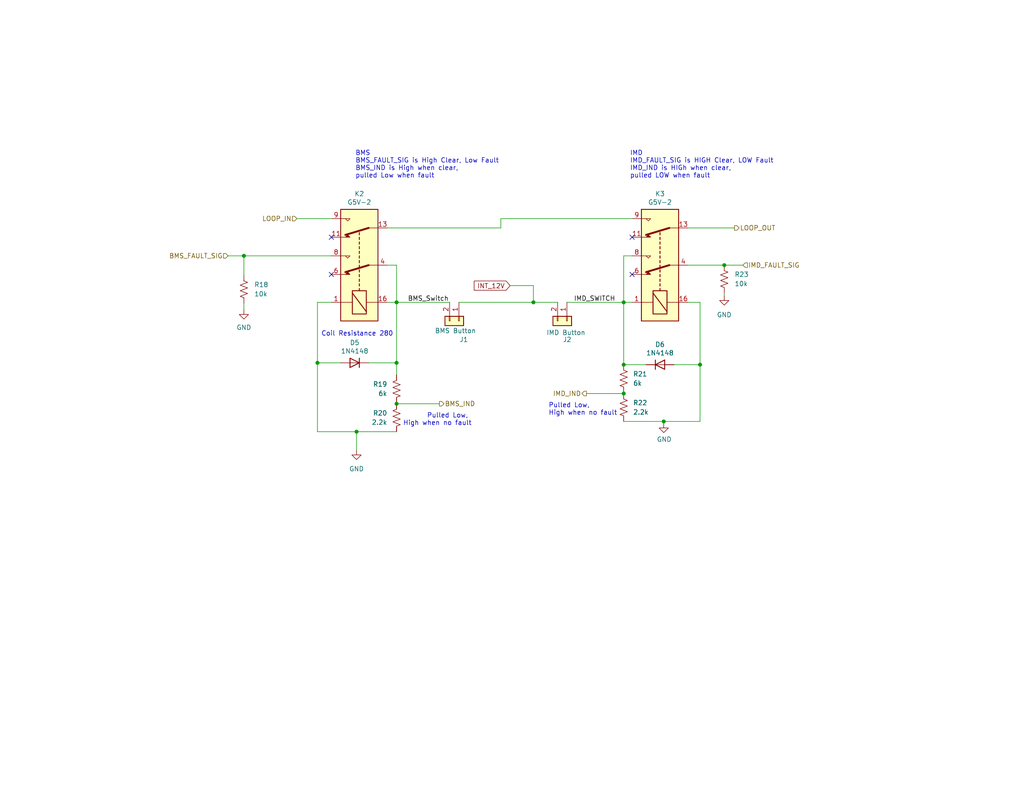
<source format=kicad_sch>
(kicad_sch (version 20230121) (generator eeschema)
  (paper "A")
  (title_block (date "2023-05-15") (rev "V 1.1") (company "AERO") (comment 1 "Colin Grund") (comment 2 "Main board that do it all."))
  (lib_symbols
    (symbol "Connector_Generic:Conn_01x02" (pin_names (offset 1.016) hide)
      (property "Reference" "J" (at 0 2.54 0))
      (property "Value" "Conn_01x02" (at 0 -5.08 0))
      (symbol "Conn_01x02_1_1"
        (rectangle (start -1.27 -2.413) (end 0 -2.667) (stroke (width 0.1524)))
        (rectangle (start -1.27 0.127) (end 0 -0.127) (stroke (width 0.1524)))
        (rectangle (start -1.27 1.27) (end 1.27 -3.81) (stroke (width 0.254)) (fill (type background)))
        (pin passive line (at -5.08 0 0) (length 3.81) (name "Pin_1") (number "1"))
        (pin passive line (at -5.08 -2.54 0) (length 3.81) (name "Pin_2") (number "2"))
      )
    )
    (symbol "Device:R_US" (pin_numbers hide) (pin_names (offset 0))
      (property "Reference" "R" (at 2.54 0 90))
      (property "Value" "R_US" (at -2.54 0 90))
      (symbol "R_US_0_1"
        (polyline (pts (xy 0 -2.286) (xy 0 -2.54)))
        (polyline (pts (xy 0 2.286) (xy 0 2.54)))
        (polyline (pts (xy 0 -0.762) (xy 1.016 -1.143) (xy 0 -1.524) (xy -1.016 -1.905) (xy 0 -2.286)))
        (polyline (pts (xy 0 0.762) (xy 1.016 0.381) (xy 0 0) (xy -1.016 -0.381) (xy 0 -0.762)))
        (polyline (pts (xy 0 2.286) (xy 1.016 1.905) (xy 0 1.524) (xy -1.016 1.143) (xy 0 0.762)))
      )
      (symbol "R_US_1_1"
        (pin passive line (at 0 3.81 270) (length 1.27) (name "~") (number "1"))
        (pin passive line (at 0 -3.81 90) (length 1.27) (name "~") (number "2"))
      )
    )
    (symbol "Diode:1N4148" (pin_numbers hide) (pin_names hide)
      (property "Reference" "D" (at 0 2.54 0))
      (property "Value" "1N4148" (at 0 -2.54 0))
      (symbol "1N4148_0_1"
        (polyline (pts (xy -1.27 1.27) (xy -1.27 -1.27)) (stroke (width 0.254)))
        (polyline (pts (xy 1.27 0) (xy -1.27 0)))
        (polyline (pts (xy 1.27 1.27) (xy 1.27 -1.27) (xy -1.27 0) (xy 1.27 1.27)) (stroke (width 0.254)))
      )
      (symbol "1N4148_1_1"
        (pin passive line (at -3.81 0 0) (length 2.54) (name "K") (number "1"))
        (pin passive line (at 3.81 0 180) (length 2.54) (name "A") (number "2"))
      )
    )
    (symbol "Relay:G5V-2"
      (property "Reference" "K" (at 16.51 3.81 0))
      (property "Value" "G5V-2" (at 16.51 1.27 0))
      (symbol "G5V-2_0_1"
        (rectangle (start -15.24 5.08) (end 15.24 -5.08) (stroke (width 0.254)) (fill (type background)))
        (rectangle (start -13.335 1.905) (end -6.985 -1.905) (stroke (width 0.254)))
        (polyline (pts (xy -12.7 -1.905) (xy -7.62 1.905)) (stroke (width 0.254)))
        (polyline (pts (xy -10.16 -5.08) (xy -10.16 -1.905)))
        (polyline (pts (xy -10.16 5.08) (xy -10.16 1.905)))
        (polyline (pts (xy -6.985 0) (xy -6.35 0)) (stroke (width 0.254)))
        (polyline (pts (xy -5.715 0) (xy -5.08 0)) (stroke (width 0.254)))
        (polyline (pts (xy -4.445 0) (xy -3.81 0)) (stroke (width 0.254)))
        (polyline (pts (xy -3.175 0) (xy -2.54 0)) (stroke (width 0.254)))
        (polyline (pts (xy -1.905 0) (xy -1.27 0)) (stroke (width 0.254)))
        (polyline (pts (xy -0.635 0) (xy 0 0)) (stroke (width 0.254)))
        (polyline (pts (xy 0 -2.54) (xy -1.905 3.81)) (stroke (width 0.508)))
        (polyline (pts (xy 0 -2.54) (xy 0 -5.08)))
        (polyline (pts (xy 0.635 0) (xy 1.27 0)) (stroke (width 0.254)))
        (polyline (pts (xy 1.905 0) (xy 2.54 0)) (stroke (width 0.254)))
        (polyline (pts (xy 3.175 0) (xy 3.81 0)) (stroke (width 0.254)))
        (polyline (pts (xy 4.445 0) (xy 5.08 0)) (stroke (width 0.254)))
        (polyline (pts (xy 5.715 0) (xy 6.35 0)) (stroke (width 0.254)))
        (polyline (pts (xy 6.985 0) (xy 7.62 0)) (stroke (width 0.254)))
        (polyline (pts (xy 8.255 0) (xy 8.89 0)) (stroke (width 0.254)))
        (polyline (pts (xy 10.16 -2.54) (xy 8.255 3.81)) (stroke (width 0.508)))
        (polyline (pts (xy 10.16 -2.54) (xy 10.16 -5.08)))
        (polyline (pts (xy -2.54 5.08) (xy -2.54 2.54) (xy -1.905 3.175) (xy -2.54 3.81)) (fill (type outline)))
        (polyline (pts (xy 2.54 5.08) (xy 2.54 2.54) (xy 1.905 3.175) (xy 2.54 3.81)))
        (polyline (pts (xy 7.62 5.08) (xy 7.62 2.54) (xy 8.255 3.175) (xy 7.62 3.81)) (fill (type outline)))
        (polyline (pts (xy 12.7 5.08) (xy 12.7 2.54) (xy 12.065 3.175) (xy 12.7 3.81)))
      )
      (symbol "G5V-2_1_1"
        (pin passive line (at -10.16 7.62 270) (length 2.54) (name "~") (number "1"))
        (pin passive line (at 7.62 7.62 270) (length 2.54) (name "~") (number "11"))
        (pin passive line (at 10.16 -7.62 90) (length 2.54) (name "~") (number "13"))
        (pin passive line (at -10.16 -7.62 90) (length 2.54) (name "~") (number "16"))
        (pin passive line (at 0 -7.62 90) (length 2.54) (name "~") (number "4"))
        (pin passive line (at -2.54 7.62 270) (length 2.54) (name "~") (number "6"))
        (pin passive line (at 2.54 7.62 270) (length 2.54) (name "~") (number "8"))
        (pin passive line (at 12.7 7.62 270) (length 2.54) (name "~") (number "9"))
      )
    )
    (symbol "power:GND" (power) (pin_names (offset 0))
      (property "Value" "GND" (at 0 -3.81 0))
      (symbol "GND_0_1"
        (polyline (pts (xy 0 0) (xy 0 -1.27) (xy 1.27 -1.27) (xy 0 -2.54) (xy -1.27 -1.27) (xy 0 -1.27)))
      )
      (symbol "GND_1_1"
        (pin power_in line (at 0 0 270) (length 0) hide (name "GND") (number "1"))
      )
    )
  )
  (junction (at 191.008 99.568))
  (junction (at 170.18 99.568))
  (junction (at 86.614 99.06))
  (junction (at 108.204 82.55))
  (junction (at 108.204 110.236))
  (junction (at 97.282 117.856))
  (junction (at 66.548 69.85))
  (junction (at 108.204 99.06))
  (junction (at 181.102 115.062))
  (junction (at 170.18 82.55))
  (junction (at 197.612 72.39))
  (junction (at 170.18 107.442))
  (junction (at 145.542 82.55))
  (no_connect (at 172.466 64.77))
  (no_connect (at 90.424 74.93))
  (no_connect (at 172.466 74.93))
  (no_connect (at 90.424 64.77))
  (wire (pts (xy 160.02 107.442) (xy 170.18 107.442)))
  (wire (pts (xy 170.18 115.062) (xy 181.102 115.062)))
  (wire (pts (xy 108.204 110.236) (xy 119.888 110.236)))
  (wire (pts (xy 181.102 115.062) (xy 191.008 115.062)))
  (wire (pts (xy 97.282 117.856) (xy 86.614 117.856)))
  (wire (pts (xy 191.008 82.55) (xy 187.706 82.55)))
  (wire (pts (xy 172.466 69.85) (xy 170.18 69.85)))
  (wire (pts (xy 125.222 82.55) (xy 145.542 82.55)))
  (wire (pts (xy 145.542 82.55) (xy 152.146 82.55)))
  (wire (pts (xy 105.664 72.39) (xy 108.204 72.39)))
  (wire (pts (xy 108.204 109.982) (xy 108.204 110.236)))
  (wire (pts (xy 176.276 99.568) (xy 170.18 99.568)))
  (wire (pts (xy 136.652 59.69) (xy 172.466 59.69)))
  (wire (pts (xy 86.614 82.55) (xy 86.614 99.06)))
  (wire (pts (xy 86.614 82.55) (xy 90.424 82.55)))
  (wire (pts (xy 108.204 82.55) (xy 108.204 99.06)))
  (wire (pts (xy 139.192 77.978) (xy 145.542 77.978)))
  (wire (pts (xy 197.612 72.39) (xy 202.692 72.39)))
  (wire (pts (xy 197.612 80.01) (xy 197.612 80.772)))
  (wire (pts (xy 66.548 69.85) (xy 66.548 75.184)))
  (wire (pts (xy 108.204 72.39) (xy 108.204 82.55)))
  (wire (pts (xy 154.686 82.55) (xy 170.18 82.55)))
  (wire (pts (xy 136.652 62.23) (xy 136.652 59.69)))
  (wire (pts (xy 145.542 82.55) (xy 145.542 77.978)))
  (wire (pts (xy 100.584 99.06) (xy 108.204 99.06)))
  (wire (pts (xy 92.964 99.06) (xy 86.614 99.06)))
  (wire (pts (xy 86.614 99.06) (xy 86.614 117.856)))
  (wire (pts (xy 66.548 69.85) (xy 90.424 69.85)))
  (wire (pts (xy 97.282 117.856) (xy 97.282 122.936)))
  (wire (pts (xy 183.896 99.568) (xy 191.008 99.568)))
  (wire (pts (xy 81.026 59.69) (xy 90.424 59.69)))
  (wire (pts (xy 66.548 82.804) (xy 66.548 84.582)))
  (wire (pts (xy 105.664 82.55) (xy 108.204 82.55)))
  (wire (pts (xy 62.23 69.85) (xy 66.548 69.85)))
  (wire (pts (xy 187.706 72.39) (xy 197.612 72.39)))
  (wire (pts (xy 105.664 62.23) (xy 136.652 62.23)))
  (wire (pts (xy 191.008 82.55) (xy 191.008 99.568)))
  (wire (pts (xy 108.204 82.55) (xy 122.682 82.55)))
  (wire (pts (xy 170.18 69.85) (xy 170.18 82.55)))
  (wire (pts (xy 97.282 117.856) (xy 108.204 117.856)))
  (wire (pts (xy 170.18 82.55) (xy 170.18 99.568)))
  (wire (pts (xy 181.102 115.062) (xy 181.102 115.57)))
  (wire (pts (xy 170.18 107.188) (xy 170.18 107.442)))
  (wire (pts (xy 200.406 62.23) (xy 187.706 62.23)))
  (wire (pts (xy 172.466 82.55) (xy 170.18 82.55)))
  (wire (pts (xy 191.008 99.568) (xy 191.008 115.062)))
  (wire (pts (xy 108.204 99.06) (xy 108.204 102.362)))
  (text "BMS\nBMS_FAULT_SIG is High Clear, Low Fault\nBMS_IND is High when clear, \npulled Low when fault" (at 96.9518 48.7934 0) (effects (font (size 1.27 1.27)) (justify left bottom)))
  (text "Pulled Low, \nHigh when no fault" (at 128.7272 116.3574 0) (effects (font (size 1.27 1.27)) (justify right bottom)))
  (text "Coil Resistance 280" (at 87.63 91.948 0) (effects (font (size 1.27 1.27)) (justify left bottom)))
  (text "Pulled Low, \nHigh when no fault" (at 149.6568 113.5634 0) (effects (font (size 1.27 1.27)) (justify left bottom)))
  (text "IMD\nIMD_FAULT_SIG is HIGH Clear, LOW Fault\nIMD_IND is HIGh when clear, \npulled LOW when fault" (at 171.8818 48.7934 0) (effects (font (size 1.27 1.27)) (justify left bottom)))
  (label "BMS_Switch" (at 111.252 82.55 0))
  (label "IMD_SWITCH" (at 167.894 82.55 180))
  (global_label "INT_12V" (shape input) (at 139.192 77.978 180) (property "Intersheetrefs" "${INTERSHEET_REFS}" (effects hide)))
  (hierarchical_label "BMS_FAULT_SIG" (shape input) (at 62.23 69.85 180))
  (hierarchical_label "IMD_FAULT_SIG" (shape input) (at 202.692 72.39 0))
  (hierarchical_label "LOOP_IN" (shape input) (at 81.026 59.69 180))
  (hierarchical_label "LOOP_OUT" (shape output) (at 200.406 62.23 0))
  (hierarchical_label "BMS_IND" (shape output) (at 119.888 110.236 0))
  (hierarchical_label "IMD_IND" (shape output) (at 160.02 107.442 180))
  (symbol (lib_id "power:GND") (at 97.282 122.936 0) (unit 1)
    (property "Reference" "#PWR029" (effects hide))
    (property "Value" "GND" (at 97.282 128.016 0))
  )
  (symbol (lib_id "Diode:1N4148") (at 180.086 99.568 0) (unit 1)
    (property "Reference" "D6" (at 180.086 94.0562 0))
    (property "Value" "1N4148" (at 180.086 96.3676 0))
    (property "Footprint" "Diode_SMD:D_SOD-123" (effects hide))
    (property "Datasheet" "https://assets.nexperia.com/documents/data-sheet/1N4148_1N4448.pdf" (effects hide))
  )
  (symbol (lib_id "Device:R_US") (at 170.18 103.378 0) (unit 1)
    (property "Reference" "R21" (at 172.72 102.1079 0) (effects (justify left)))
    (property "Value" "6k" (at 172.72 104.6479 0) (effects (justify left)))
    (property "Footprint" "Resistor_SMD:R_0603_1608Metric_Pad0.98x0.95mm_HandSolder" (effects hide))
  )
  (symbol (lib_id "Device:R_US") (at 170.18 111.252 0) (unit 1)
    (property "Reference" "R22" (at 172.72 109.9819 0) (effects (justify left)))
    (property "Value" "2.2k" (at 172.72 112.5219 0) (effects (justify left)))
    (property "Footprint" "Resistor_SMD:R_0603_1608Metric_Pad0.98x0.95mm_HandSolder" (effects hide))
  )
  (symbol (lib_id "Device:R_US") (at 108.204 114.046 0) (mirror y) (unit 1)
    (property "Reference" "R20" (at 105.664 112.7759 0) (effects (justify left)))
    (property "Value" "2.2k" (at 105.664 115.3159 0) (effects (justify left)))
    (property "Footprint" "Resistor_SMD:R_0603_1608Metric_Pad0.98x0.95mm_HandSolder" (effects hide))
  )
  (symbol (lib_id "Diode:1N4148") (at 96.774 99.06 180) (unit 1)
    (property "Reference" "D5" (at 96.774 93.5482 0))
    (property "Value" "1N4148" (at 96.774 95.8596 0))
    (property "Footprint" "Diode_SMD:D_SOD-123" (effects hide))
    (property "Datasheet" "https://assets.nexperia.com/documents/data-sheet/1N4148_1N4448.pdf" (effects hide))
  )
  (symbol (lib_id "Connector_Generic:Conn_01x02") (at 154.686 87.63 270) (unit 1)
    (property "Reference" "J2" (at 155.956 92.71 90) (effects (justify right)))
    (property "Value" "IMD Button" (at 159.766 90.805 90) (effects (justify right)))
    (property "Footprint" "Connector_JST:JST_XH_B2B-XH-AM_1x02_P2.50mm_Vertical" (effects hide))
  )
  (symbol (lib_id "Device:R_US") (at 197.612 76.2 0) (unit 1)
    (property "Reference" "R23" (at 200.406 74.9299 0) (effects (justify left)))
    (property "Value" "10k" (at 200.406 77.4699 0) (effects (justify left)))
    (property "Footprint" "Resistor_SMD:R_0603_1608Metric_Pad0.98x0.95mm_HandSolder" (effects hide))
  )
  (symbol (lib_id "power:GND") (at 181.102 115.57 0) (unit 1)
    (property "Reference" "#PWR030" (effects hide))
    (property "Value" "GND" (at 181.229 119.9642 0))
  )
  (symbol (lib_id "Device:R_US") (at 108.204 106.172 0) (mirror y) (unit 1)
    (property "Reference" "R19" (at 105.664 104.9019 0) (effects (justify left)))
    (property "Value" "6k" (at 105.664 107.4419 0) (effects (justify left)))
    (property "Footprint" "Resistor_SMD:R_0603_1608Metric_Pad0.98x0.95mm_HandSolder" (effects hide))
  )
  (symbol (lib_id "power:GND") (at 66.548 84.582 0) (unit 1)
    (property "Reference" "#PWR028" (effects hide))
    (property "Value" "GND" (at 66.548 89.408 0))
  )
  (symbol (lib_id "Relay:G5V-2") (at 98.044 72.39 90) (unit 1)
    (property "Reference" "K2" (at 98.044 52.9082 90))
    (property "Value" "G5V-2" (at 98.044 55.2196 90))
    (property "Footprint" "Relay_THT:Relay_DPDT_Omron_G5V-2" (effects hide))
    (property "Datasheet" "http://omronfs.omron.com/en_US/ecb/products/pdf/en-g5v_2.pdf" (effects hide))
  )
  (symbol (lib_id "Device:R_US") (at 66.548 78.994 0) (unit 1)
    (property "Reference" "R18" (at 69.342 77.724 0) (effects (justify left)))
    (property "Value" "10k" (at 69.342 80.264 0) (effects (justify left)))
    (property "Footprint" "Resistor_SMD:R_0603_1608Metric_Pad0.98x0.95mm_HandSolder" (effects hide))
  )
  (symbol (lib_id "Connector_Generic:Conn_01x02") (at 125.222 87.63 270) (unit 1)
    (property "Reference" "J1" (at 127.762 92.71 90) (effects (justify right)))
    (property "Value" "BMS Button" (at 129.921 90.297 90) (effects (justify right)))
    (property "Footprint" "Connector_JST:JST_XH_B2B-XH-AM_1x02_P2.50mm_Vertical" (effects hide))
  )
  (symbol (lib_id "power:GND") (at 197.612 80.772 0) (unit 1)
    (property "Reference" "#PWR031" (effects hide))
    (property "Value" "GND" (at 197.612 85.9536 0))
  )
  (symbol (lib_id "Relay:G5V-2") (at 180.086 72.39 90) (unit 1)
    (property "Reference" "K3" (at 180.086 52.9082 90))
    (property "Value" "G5V-2" (at 180.086 55.2196 90))
    (property "Footprint" "Relay_THT:Relay_DPDT_Omron_G5V-2" (effects hide))
    (property "Datasheet" "http://omronfs.omron.com/en_US/ecb/products/pdf/en-g5v_2.pdf" (effects hide))
  )
)
</source>
